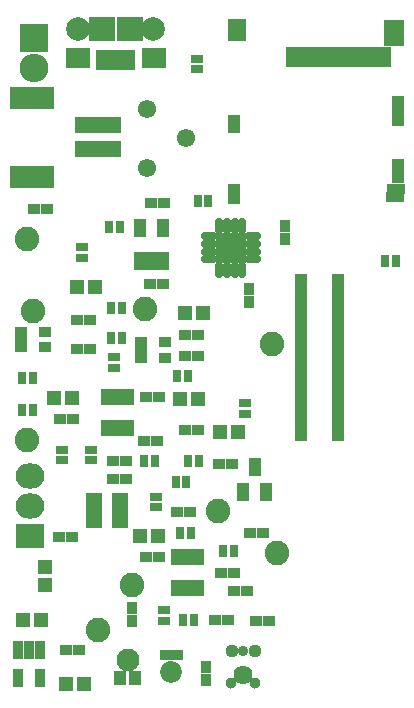
<source format=gbr>
G04 #@! TF.FileFunction,Soldermask,Top*
%FSLAX46Y46*%
G04 Gerber Fmt 4.6, Leading zero omitted, Abs format (unit mm)*
G04 Created by KiCad (PCBNEW 0.201602161416+6560~42~ubuntu15.10.1-product) date Wed 17 Feb 2016 02:58:19 PM EST*
%MOMM*%
G01*
G04 APERTURE LIST*
%ADD10C,0.100000*%
%ADD11R,1.000000X0.900000*%
%ADD12R,2.432000X2.127200*%
%ADD13O,2.432000X2.127200*%
%ADD14R,1.200000X1.150000*%
%ADD15R,0.900000X1.000000*%
%ADD16R,1.000000X0.800000*%
%ADD17R,0.800000X1.000000*%
%ADD18R,1.000000X1.500000*%
%ADD19R,0.880000X1.390000*%
%ADD20R,1.000000X1.650000*%
%ADD21C,2.080000*%
%ADD22R,0.900000X1.600000*%
%ADD23C,1.550000*%
%ADD24R,3.795980X1.898600*%
%ADD25R,3.897580X1.395680*%
%ADD26R,1.200000X1.800000*%
%ADD27R,1.750000X2.200000*%
%ADD28R,1.560000X1.900000*%
%ADD29R,1.050000X2.540000*%
%ADD30R,1.000000X1.550000*%
%ADD31R,1.050000X2.000000*%
%ADD32R,1.050000X1.700000*%
%ADD33R,1.500000X0.850000*%
%ADD34R,1.550000X0.850000*%
%ADD35R,2.432000X2.432000*%
%ADD36O,2.432000X2.432000*%
%ADD37R,2.300000X2.000000*%
%ADD38R,2.000000X1.800000*%
%ADD39R,0.800000X1.750000*%
%ADD40C,2.000000*%
%ADD41R,1.150000X1.200000*%
%ADD42R,1.460000X1.050000*%
%ADD43C,1.123000*%
%ADD44C,0.962000*%
%ADD45C,0.912000*%
%ADD46C,1.624000*%
%ADD47R,1.050000X0.945000*%
%ADD48C,1.850000*%
%ADD49R,1.100000X0.600000*%
%ADD50R,1.000000X1.200000*%
%ADD51C,1.950000*%
%ADD52R,1.060400X0.806400*%
%ADD53O,1.400000X0.700000*%
%ADD54O,0.700000X1.400000*%
%ADD55R,2.500000X2.500000*%
G04 APERTURE END LIST*
D10*
D11*
X130666400Y-115417600D03*
X131766400Y-115417600D03*
D12*
X126746000Y-133756400D03*
D13*
X126746000Y-131216400D03*
X126746000Y-128676400D03*
D11*
X143976000Y-138379200D03*
X145076000Y-138379200D03*
X146981000Y-140970000D03*
X145881000Y-140970000D03*
X138074400Y-105511600D03*
X136974400Y-105511600D03*
X137964000Y-112395000D03*
X136864000Y-112395000D03*
X142350400Y-140868400D03*
X143450400Y-140868400D03*
X130717200Y-117906800D03*
X131817200Y-117906800D03*
X130293200Y-133858000D03*
X129193200Y-133858000D03*
D14*
X137542400Y-133705600D03*
X136042400Y-133705600D03*
X130720400Y-112674400D03*
X132220400Y-112674400D03*
D11*
X137659200Y-135534400D03*
X136559200Y-135534400D03*
X145347600Y-133502400D03*
X146447600Y-133502400D03*
X140250000Y-131673600D03*
X139150000Y-131673600D03*
X133774000Y-128930400D03*
X134874000Y-128930400D03*
D15*
X135331200Y-139810400D03*
X135331200Y-140910400D03*
D11*
X133765200Y-127355600D03*
X134865200Y-127355600D03*
X142858400Y-136855200D03*
X143958400Y-136855200D03*
X136406800Y-125679200D03*
X137506800Y-125679200D03*
D15*
X141605000Y-144865000D03*
X141605000Y-145965000D03*
D14*
X144322800Y-124917200D03*
X142822800Y-124917200D03*
D11*
X130852000Y-143383000D03*
X129752000Y-143383000D03*
D14*
X127623000Y-140843000D03*
X126123000Y-140843000D03*
D11*
X143856800Y-127660400D03*
X142756800Y-127660400D03*
D14*
X129806000Y-146304000D03*
X131306000Y-146304000D03*
D11*
X127085000Y-106045000D03*
X128185000Y-106045000D03*
D16*
X131114800Y-110178000D03*
X131114800Y-109278000D03*
D17*
X134308000Y-107569000D03*
X133408000Y-107569000D03*
D16*
X137414000Y-131310800D03*
X137414000Y-130410800D03*
D17*
X136361600Y-127355600D03*
X137261600Y-127355600D03*
D16*
X138023600Y-140912000D03*
X138023600Y-140012000D03*
X131876800Y-127348400D03*
X131876800Y-126448400D03*
D17*
X140607200Y-140868400D03*
X139707200Y-140868400D03*
X139453200Y-133451600D03*
X140353200Y-133451600D03*
X143060000Y-135026400D03*
X143960000Y-135026400D03*
X140092000Y-120192800D03*
X139192000Y-120192800D03*
X141013600Y-127355600D03*
X140113600Y-127355600D03*
D18*
X136057600Y-110439200D03*
X137007600Y-110439200D03*
X137957600Y-110439200D03*
X137957600Y-107639200D03*
X136057600Y-107639200D03*
D19*
X139060400Y-138124400D03*
X139710400Y-138124400D03*
X140360400Y-138124400D03*
X141010400Y-138124400D03*
X141010400Y-135534400D03*
X140360400Y-135534400D03*
X139710400Y-135534400D03*
X139060400Y-135534400D03*
D20*
X144785000Y-130048000D03*
X146685000Y-130048000D03*
X145735000Y-127898000D03*
D21*
X147167600Y-117500400D03*
X126949200Y-114706400D03*
X142646400Y-131622800D03*
X135331200Y-137922000D03*
X132435600Y-141681200D03*
X147624800Y-135178800D03*
D22*
X127569000Y-143383000D03*
X126619000Y-143383000D03*
X125669000Y-143383000D03*
X125669000Y-145733000D03*
X127569000Y-145733000D03*
D16*
X144907000Y-122511400D03*
X144907000Y-123411400D03*
D23*
X139953000Y-100076000D03*
X136653000Y-102576000D03*
X136653000Y-97576000D03*
D24*
X126911100Y-96619060D03*
D25*
X132461000Y-98968560D03*
X132461000Y-100965000D03*
D24*
X126911100Y-103314500D03*
D26*
X156673000Y-93218000D03*
X155573000Y-93218000D03*
X154473000Y-93218000D03*
X153373000Y-93218000D03*
X152273000Y-93218000D03*
X151173000Y-93218000D03*
X150073000Y-93218000D03*
X148973000Y-93218000D03*
D27*
X157563000Y-91168000D03*
D28*
X144243000Y-90918000D03*
D29*
X157888000Y-97798000D03*
D30*
X143963000Y-98893000D03*
D31*
X157888000Y-102878000D03*
D32*
X143988000Y-104818000D03*
D33*
X157663000Y-104383000D03*
D34*
X157638000Y-105043000D03*
D17*
X140901000Y-105410000D03*
X141801000Y-105410000D03*
D16*
X140843000Y-94245000D03*
X140843000Y-93345000D03*
D17*
X156776000Y-110490000D03*
X157676000Y-110490000D03*
D35*
X127050800Y-91592400D03*
D36*
X127050800Y-94132400D03*
D17*
X139946800Y-129133600D03*
X139046800Y-129133600D03*
D15*
X148336000Y-108627000D03*
X148336000Y-107527000D03*
X145288000Y-112861000D03*
X145288000Y-113961000D03*
D37*
X135185000Y-90797000D03*
X132785000Y-90797000D03*
D38*
X137185000Y-93297000D03*
X130785000Y-93297000D03*
D39*
X135285000Y-93472000D03*
X134635000Y-93472000D03*
X133985000Y-93472000D03*
X133335000Y-93472000D03*
X132685000Y-93472000D03*
D40*
X137160000Y-90797000D03*
X130810000Y-90797000D03*
D14*
X130239200Y-122021600D03*
X128739200Y-122021600D03*
D11*
X130344000Y-123799600D03*
X129244000Y-123799600D03*
X136559200Y-121970800D03*
X137659200Y-121970800D03*
X140961200Y-124764800D03*
X139861200Y-124764800D03*
D14*
X139407200Y-122123200D03*
X140907200Y-122123200D03*
D11*
X139810400Y-118465600D03*
X140910400Y-118465600D03*
X139810400Y-116687600D03*
X140910400Y-116687600D03*
D14*
X139864400Y-114858800D03*
X141364400Y-114858800D03*
D16*
X129387600Y-126448400D03*
X129387600Y-127348400D03*
X133807200Y-118618000D03*
X133807200Y-119518000D03*
D17*
X126042000Y-123037600D03*
X126942000Y-123037600D03*
X134511200Y-114401600D03*
X133611200Y-114401600D03*
X126942000Y-120345200D03*
X126042000Y-120345200D03*
X133611200Y-116992400D03*
X134511200Y-116992400D03*
D19*
X133157200Y-124560800D03*
X133807200Y-124560800D03*
X134457200Y-124560800D03*
X135107200Y-124560800D03*
X135107200Y-121970800D03*
X134457200Y-121970800D03*
X133807200Y-121970800D03*
X133157200Y-121970800D03*
D21*
X126492000Y-125577600D03*
X136448800Y-114503200D03*
D41*
X128016000Y-136359200D03*
X128016000Y-137859200D03*
D42*
X134297600Y-132522000D03*
X134297600Y-131572000D03*
X134297600Y-130622000D03*
X132097600Y-130622000D03*
X132097600Y-132522000D03*
X132097600Y-131572000D03*
D43*
X143814000Y-143439000D03*
D44*
X143765000Y-146176000D03*
X145795000Y-146176000D03*
D43*
X145746000Y-143439000D03*
D45*
X144780000Y-143439000D03*
D46*
X144780000Y-145542000D03*
D47*
X138209000Y-143810500D03*
X139159000Y-143810500D03*
D48*
X138684000Y-145288000D03*
D49*
X152781000Y-125443000D03*
X149701000Y-125443000D03*
X152781000Y-125043000D03*
X149701000Y-125043000D03*
X152781000Y-124643000D03*
X149701000Y-124643000D03*
X152781000Y-124243000D03*
X149701000Y-124243000D03*
X152781000Y-123843000D03*
X149701000Y-123843000D03*
X152781000Y-123443000D03*
X149701000Y-123443000D03*
X152781000Y-123043000D03*
X149701000Y-123043000D03*
X152781000Y-122643000D03*
X149701000Y-122643000D03*
X152781000Y-122243000D03*
X149701000Y-122243000D03*
X152781000Y-121843000D03*
X149701000Y-121843000D03*
X152781000Y-121443000D03*
X149701000Y-121443000D03*
X152781000Y-121043000D03*
X149701000Y-121043000D03*
X152781000Y-120643000D03*
X149701000Y-120643000D03*
X152781000Y-120243000D03*
X149701000Y-120243000D03*
X152781000Y-119843000D03*
X149701000Y-119843000D03*
X152781000Y-119443000D03*
X149701000Y-119443000D03*
X152781000Y-119043000D03*
X149701000Y-119043000D03*
X152781000Y-118643000D03*
X149701000Y-118643000D03*
X152781000Y-118243000D03*
X149701000Y-118243000D03*
X152781000Y-117843000D03*
X149701000Y-117843000D03*
X152781000Y-117443000D03*
X149701000Y-117443000D03*
X152781000Y-117043000D03*
X149701000Y-117043000D03*
X152781000Y-116643000D03*
X149701000Y-116643000D03*
X152781000Y-116243000D03*
X149701000Y-116243000D03*
X152781000Y-115843000D03*
X149701000Y-115843000D03*
X152781000Y-115443000D03*
X149701000Y-115443000D03*
X152781000Y-115043000D03*
X149701000Y-115043000D03*
X152781000Y-114643000D03*
X149701000Y-114643000D03*
X152781000Y-114243000D03*
X149701000Y-114243000D03*
X152781000Y-113843000D03*
X149701000Y-113843000D03*
X152781000Y-113443000D03*
X149701000Y-113443000D03*
X152781000Y-113043000D03*
X149701000Y-113043000D03*
X152781000Y-112643000D03*
X149701000Y-112643000D03*
X152781000Y-112243000D03*
X149701000Y-112243000D03*
X152781000Y-111843000D03*
X149701000Y-111843000D03*
D50*
X134366000Y-145792000D03*
X135586000Y-145792000D03*
D51*
X134976000Y-144272000D03*
D21*
X126441200Y-108585000D03*
D52*
X125933200Y-116433600D03*
X125933200Y-117754400D03*
X125933200Y-117094000D03*
X127965200Y-117754400D03*
X127965200Y-116433600D03*
X136093200Y-117322600D03*
X136093200Y-118643400D03*
X136093200Y-117983000D03*
X138125200Y-118643400D03*
X138125200Y-117322600D03*
D53*
X145583400Y-110317800D03*
X145583400Y-109667800D03*
X145583400Y-109017800D03*
X145583400Y-108367800D03*
D54*
X144708400Y-107492800D03*
D53*
X141883400Y-110317800D03*
D54*
X144708400Y-111192800D03*
X144058400Y-107492800D03*
X143408400Y-107492800D03*
X142758400Y-107492800D03*
D53*
X141883400Y-109667800D03*
X141883400Y-109017800D03*
X141883400Y-108367800D03*
D54*
X144058400Y-111192800D03*
X143408400Y-111192800D03*
X142758400Y-111192800D03*
D55*
X143733400Y-109342800D03*
M02*

</source>
